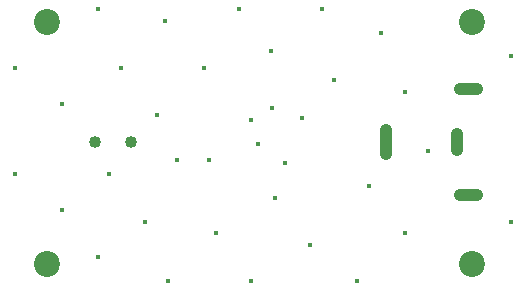
<source format=gbr>
%TF.GenerationSoftware,KiCad,Pcbnew,(5.1.6)-1*%
%TF.CreationDate,2022-05-27T14:19:14+02:00*%
%TF.ProjectId,Charger,43686172-6765-4722-9e6b-696361645f70,V1.0*%
%TF.SameCoordinates,Original*%
%TF.FileFunction,Plated,1,2,PTH,Mixed*%
%TF.FilePolarity,Positive*%
%FSLAX46Y46*%
G04 Gerber Fmt 4.6, Leading zero omitted, Abs format (unit mm)*
G04 Created by KiCad (PCBNEW (5.1.6)-1) date 2022-05-27 14:19:14*
%MOMM*%
%LPD*%
G01*
G04 APERTURE LIST*
%TA.AperFunction,ViaDrill*%
%ADD10C,0.400000*%
%TD*%
G04 aperture for slot hole*
%TA.AperFunction,ComponentDrill*%
%ADD11C,1.000000*%
%TD*%
%TA.AperFunction,ComponentDrill*%
%ADD12C,1.020000*%
%TD*%
%TA.AperFunction,ComponentDrill*%
%ADD13C,2.200000*%
%TD*%
G04 APERTURE END LIST*
D10*
X130291667Y-81942500D03*
X130291667Y-90942500D03*
X134291667Y-84942500D03*
X134291667Y-93942500D03*
X137291667Y-76942500D03*
X137291667Y-97942500D03*
X138291667Y-90942500D03*
X139291667Y-81942500D03*
X141291667Y-94942500D03*
X142291667Y-85942500D03*
X143000000Y-77942500D03*
X143291667Y-99942500D03*
X144000000Y-89700000D03*
X146291667Y-81942500D03*
X146700000Y-89700000D03*
X147291667Y-95942500D03*
X149291667Y-76942500D03*
X150291667Y-99942500D03*
X150300000Y-86300000D03*
X150900000Y-88400000D03*
X152000000Y-80500000D03*
X152064998Y-85325000D03*
X152291667Y-92942500D03*
X153200000Y-90000000D03*
X154610000Y-86190000D03*
X155291667Y-96942500D03*
X156291667Y-76942500D03*
X157291667Y-82942500D03*
X159291667Y-99942500D03*
X160291667Y-91942500D03*
X161291667Y-78942500D03*
X163291667Y-83942500D03*
X163291667Y-95942500D03*
X165291667Y-88942500D03*
X172291667Y-80942500D03*
X172291667Y-94942500D03*
D11*
%TO.C,J1*%
X161700000Y-87200000D02*
X161700000Y-89200000D01*
X167700000Y-87550000D02*
X167700000Y-88850000D01*
X169450000Y-83700000D02*
X167950000Y-83700000D01*
X169450000Y-92700000D02*
X167950000Y-92700000D01*
D12*
%TO.C,J2*%
X137100000Y-88200000D03*
X140100000Y-88200000D03*
D13*
%TO.C,H4*%
X169000000Y-78000000D03*
%TO.C,H3*%
X169000000Y-98500000D03*
%TO.C,H1*%
X133000000Y-78000000D03*
%TO.C,H2*%
X133000000Y-98500000D03*
M02*

</source>
